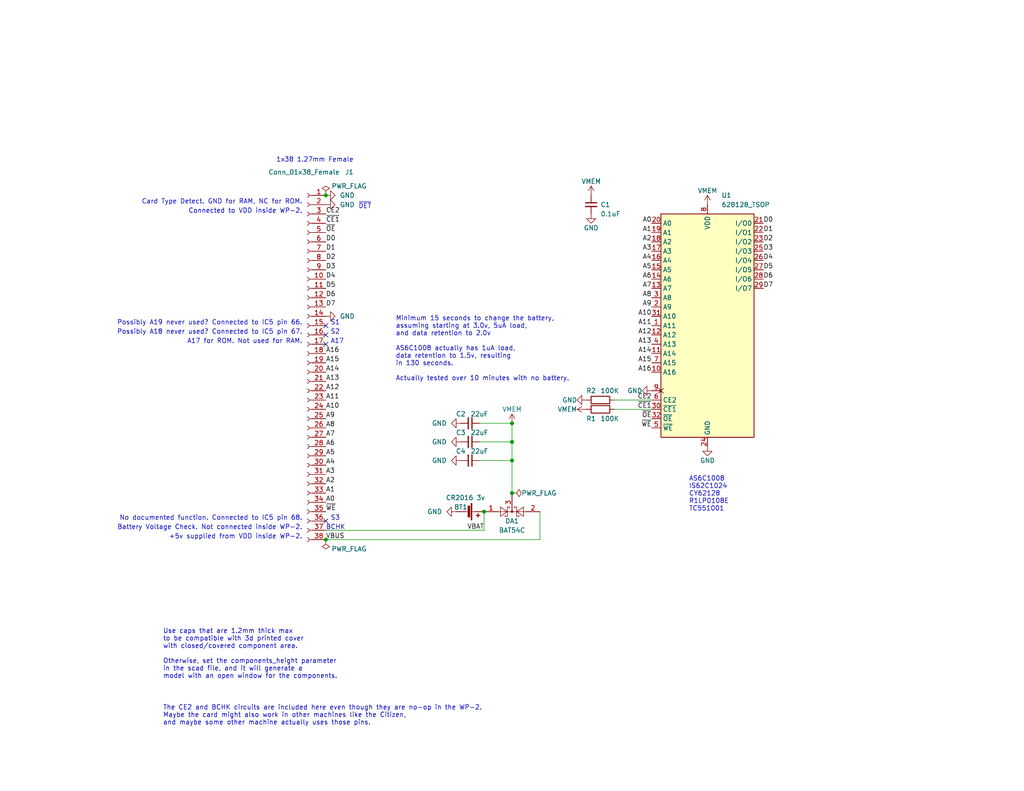
<source format=kicad_sch>
(kicad_sch (version 20211123) (generator eeschema)
  (paper "USLetter")
  (title_block (title "WP-2_IC-Card_RAM_128K") (date "2022-12-11") (rev "010") (company "Brian K. White - b.kenyon.w@gmail.com"))
  (lib_symbols
    (symbol "0_LOCAL:62-65C1024_TSOP-I-32"
      (property "Reference" "U" (at -10.16 31.75 0))
      (property "Value" "62-65C1024_TSOP-I-32" (at 12.7 31.75 0))
      (symbol "62-65C1024_TSOP-I-32_0_1"
        (rectangle (start -12.7 30.48) (end 12.7 -30.48) (stroke (width 0.254)) (fill (type background)))
      )
      (symbol "62-65C1024_TSOP-I-32_1_1"
        (pin input line (at -15.24 0 0) (length 2.54) (name "A11") (number "1"))
        (pin input line (at -15.24 -12.7 0) (length 2.54) (name "A16") (number "10"))
        (pin input line (at -15.24 -7.62 0) (length 2.54) (name "A14") (number "11"))
        (pin input line (at -15.24 -2.54 0) (length 2.54) (name "A12") (number "12"))
        (pin input line (at -15.24 10.16 0) (length 2.54) (name "A7") (number "13"))
        (pin input line (at -15.24 12.7 0) (length 2.54) (name "A6") (number "14"))
        (pin input line (at -15.24 15.24 0) (length 2.54) (name "A5") (number "15"))
        (pin input line (at -15.24 17.78 0) (length 2.54) (name "A4") (number "16"))
        (pin input line (at -15.24 20.32 0) (length 2.54) (name "A3") (number "17"))
        (pin input line (at -15.24 22.86 0) (length 2.54) (name "A2") (number "18"))
        (pin input line (at -15.24 25.4 0) (length 2.54) (name "A1") (number "19"))
        (pin input line (at -15.24 5.08 0) (length 2.54) (name "A9") (number "2"))
        (pin input line (at -15.24 27.94 0) (length 2.54) (name "A0") (number "20"))
        (pin bidirectional line (at 15.24 27.94 180) (length 2.54) (name "I/O0") (number "21"))
        (pin bidirectional line (at 15.24 25.4 180) (length 2.54) (name "I/O1") (number "22"))
        (pin bidirectional line (at 15.24 22.86 180) (length 2.54) (name "I/O2") (number "23"))
        (pin power_in line (at 0 -33.02 90) (length 2.54) (name "GND") (number "24"))
        (pin bidirectional line (at 15.24 20.32 180) (length 2.54) (name "I/O3") (number "25"))
        (pin bidirectional line (at 15.24 17.78 180) (length 2.54) (name "I/O4") (number "26"))
        (pin bidirectional line (at 15.24 15.24 180) (length 2.54) (name "I/O5") (number "27"))
        (pin bidirectional line (at 15.24 12.7 180) (length 2.54) (name "I/O6") (number "28"))
        (pin bidirectional line (at 15.24 10.16 180) (length 2.54) (name "I/O7") (number "29"))
        (pin input line (at -15.24 7.62 0) (length 2.54) (name "A8") (number "3"))
        (pin input line (at -15.24 -22.86 0) (length 2.54) (name "~{CE1}") (number "30"))
        (pin input line (at -15.24 2.54 0) (length 2.54) (name "A10") (number "31"))
        (pin input line (at -15.24 -25.4 0) (length 2.54) (name "~{OE}") (number "32"))
        (pin input line (at -15.24 -5.08 0) (length 2.54) (name "A13") (number "4"))
        (pin input line (at -15.24 -27.94 0) (length 2.54) (name "~{WE}") (number "5"))
        (pin input line (at -15.24 -20.32 0) (length 2.54) (name "CE2") (number "6"))
        (pin input line (at -15.24 -10.16 0) (length 2.54) (name "A15") (number "7"))
        (pin power_in line (at 0 33.02 270) (length 2.54) (name "VDD") (number "8"))
        (pin passive non_logic (at -15.24 -17.78 0) (length 2.54) (name "~") (number "9"))
      )
    )
    (symbol "0_LOCAL:BAT54C" (pin_names (offset 1.016))
      (property "Reference" "D" (at 0.635 -3.81 0))
      (property "Value" "BAT54C" (at -6.35 3.175 0))
      (symbol "BAT54C_0_1"
        (polyline (pts (xy -1.905 0) (xy 1.905 0)))
        (polyline (pts (xy -1.905 1.27) (xy -1.905 1.016)))
        (polyline (pts (xy -1.27 -1.27) (xy -0.635 -1.27)))
        (polyline (pts (xy -1.27 0) (xy -3.81 0)))
        (polyline (pts (xy -1.27 1.27) (xy -1.905 1.27)))
        (polyline (pts (xy -1.27 1.27) (xy -1.27 -1.27)))
        (polyline (pts (xy -0.635 -1.27) (xy -0.635 -1.016)))
        (polyline (pts (xy 0.635 -1.27) (xy 0.635 -1.016)))
        (polyline (pts (xy 1.27 -1.27) (xy 0.635 -1.27)))
        (polyline (pts (xy 1.27 1.27) (xy 1.27 -1.27)))
        (polyline (pts (xy 1.27 1.27) (xy 1.905 1.27)))
        (polyline (pts (xy 1.905 1.27) (xy 1.905 1.016)))
        (polyline (pts (xy 3.81 0) (xy 1.27 0)))
        (polyline (pts (xy -3.175 -1.27) (xy -3.175 1.27) (xy -1.27 0) (xy -3.175 -1.27)))
        (polyline (pts (xy 3.175 -1.27) (xy 3.175 1.27) (xy 1.27 0) (xy 3.175 -1.27)))
        (circle (center 0 0) (radius 0.254) (fill (type outline)))
      )
      (symbol "BAT54C_1_1"
        (pin passive line (at -7.62 0 0) (length 3.81) (name "~") (number "1"))
        (pin passive line (at 7.62 0 180) (length 3.81) (name "~") (number "2"))
        (pin passive line (at 0 -5.08 90) (length 5.08) (name "~") (number "3"))
      )
    )
    (symbol "0_LOCAL:C_Small" (pin_numbers hide) (pin_names (offset 0.254) hide)
      (property "Reference" "C" (at 0.254 1.778 0))
      (property "Value" "C_Small" (at 0.254 -2.032 0))
      (symbol "C_Small_0_1"
        (polyline (pts (xy -1.524 -0.508) (xy 1.524 -0.508)) (stroke (width 0.3302)))
        (polyline (pts (xy -1.524 0.508) (xy 1.524 0.508)) (stroke (width 0.3048)))
      )
      (symbol "C_Small_1_1"
        (pin passive line (at 0 2.54 270) (length 2.032) (name "~") (number "1"))
        (pin passive line (at 0 -2.54 90) (length 2.032) (name "~") (number "2"))
      )
    )
    (symbol "0_LOCAL:Conn_01x38_Female" (pin_names (offset 1.016) hide)
      (property "Reference" "J" (at 0 48.26 0))
      (property "Value" "Conn_01x38_Female" (at 0 -50.8 0))
      (symbol "Conn_01x38_Female_1_1"
        (arc (start 0 -47.752) (mid -0.508 -48.26) (end 0 -48.768) (stroke (width 0.1524)))
        (arc (start 0 -45.212) (mid -0.508 -45.72) (end 0 -46.228) (stroke (width 0.1524)))
        (arc (start 0 -42.672) (mid -0.508 -43.18) (end 0 -43.688) (stroke (width 0.1524)))
        (arc (start 0 -40.132) (mid -0.508 -40.64) (end 0 -41.148) (stroke (width 0.1524)))
        (arc (start 0 -37.592) (mid -0.508 -38.1) (end 0 -38.608) (stroke (width 0.1524)))
        (arc (start 0 -35.052) (mid -0.508 -35.56) (end 0 -36.068) (stroke (width 0.1524)))
        (arc (start 0 -32.512) (mid -0.508 -33.02) (end 0 -33.528) (stroke (width 0.1524)))
        (arc (start 0 -29.972) (mid -0.508 -30.48) (end 0 -30.988) (stroke (width 0.1524)))
        (arc (start 0 -27.432) (mid -0.508 -27.94) (end 0 -28.448) (stroke (width 0.1524)))
        (arc (start 0 -24.892) (mid -0.508 -25.4) (end 0 -25.908) (stroke (width 0.1524)))
        (arc (start 0 -22.352) (mid -0.508 -22.86) (end 0 -23.368) (stroke (width 0.1524)))
        (arc (start 0 -19.812) (mid -0.508 -20.32) (end 0 -20.828) (stroke (width 0.1524)))
        (arc (start 0 -17.272) (mid -0.508 -17.78) (end 0 -18.288) (stroke (width 0.1524)))
        (arc (start 0 -14.732) (mid -0.508 -15.24) (end 0 -15.748) (stroke (width 0.1524)))
        (arc (start 0 -12.192) (mid -0.508 -12.7) (end 0 -13.208) (stroke (width 0.1524)))
        (arc (start 0 -9.652) (mid -0.508 -10.16) (end 0 -10.668) (stroke (width 0.1524)))
        (arc (start 0 -7.112) (mid -0.508 -7.62) (end 0 -8.128) (stroke (width 0.1524)))
        (arc (start 0 -4.572) (mid -0.508 -5.08) (end 0 -5.588) (stroke (width 0.1524)))
        (arc (start 0 -2.032) (mid -0.508 -2.54) (end 0 -3.048) (stroke (width 0.1524)))
        (polyline (pts (xy -1.27 -48.26) (xy -0.508 -48.26)) (stroke (width 0.1524)))
        (polyline (pts (xy -1.27 -45.72) (xy -0.508 -45.72)) (stroke (width 0.1524)))
        (polyline (pts (xy -1.27 -43.18) (xy -0.508 -43.18)) (stroke (width 0.1524)))
        (polyline (pts (xy -1.27 -40.64) (xy -0.508 -40.64)) (stroke (width 0.1524)))
        (polyline (pts (xy -1.27 -38.1) (xy -0.508 -38.1)) (stroke (width 0.1524)))
        (polyline (pts (xy -1.27 -35.56) (xy -0.508 -35.56)) (stroke (width 0.1524)))
        (polyline (pts (xy -1.27 -33.02) (xy -0.508 -33.02)) (stroke (width 0.1524)))
        (polyline (pts (xy -1.27 -30.48) (xy -0.508 -30.48)) (stroke (width 0.1524)))
        (polyline (pts (xy -1.27 -27.94) (xy -0.508 -27.94)) (stroke (width 0.1524)))
        (polyline (pts (xy -1.27 -25.4) (xy -0.508 -25.4)) (stroke (width 0.1524)))
        (polyline (pts (xy -1.27 -22.86) (xy -0.508 -22.86)) (stroke (width 0.1524)))
        (polyline (pts (xy -1.27 -20.32) (xy -0.508 -20.32)) (stroke (width 0.1524)))
        (polyline (pts (xy -1.27 -17.78) (xy -0.508 -17.78)) (stroke (width 0.1524)))
        (polyline (pts (xy -1.27 -15.24) (xy -0.508 -15.24)) (stroke (width 0.1524)))
        (polyline (pts (xy -1.27 -12.7) (xy -0.508 -12.7)) (stroke (width 0.1524)))
        (polyline (pts (xy -1.27 -10.16) (xy -0.508 -10.16)) (stroke (width 0.1524)))
        (polyline (pts (xy -1.27 -7.62) (xy -0.508 -7.62)) (stroke (width 0.1524)))
        (polyline (pts (xy -1.27 -5.08) (xy -0.508 -5.08)) (stroke (width 0.1524)))
        (polyline (pts (xy -1.27 -2.54) (xy -0.508 -2.54)) (stroke (width 0.1524)))
        (polyline (pts (xy -1.27 0) (xy -0.508 0)) (stroke (width 0.1524)))
        (polyline (pts (xy -1.27 2.54) (xy -0.508 2.54)) (stroke (width 0.1524)))
        (polyline (pts (xy -1.27 5.08) (xy -0.508 5.08)) (stroke (width 0.1524)))
        (polyline (pts (xy -1.27 7.62) (xy -0.508 7.62)) (stroke (width 0.1524)))
        (polyline (pts (xy -1.27 10.16) (xy -0.508 10.16)) (stroke (width 0.1524)))
        (polyline (pts (xy -1.27 12.7) (xy -0.508 12.7)) (stroke (width 0.1524)))
        (polyline (pts (xy -1.27 15.24) (xy -0.508 15.24)) (stroke (width 0.1524)))
        (polyline (pts (xy -1.27 17.78) (xy -0.508 17.78)) (stroke (width 0.1524)))
        (polyline (pts (xy -1.27 20.32) (xy -0.508 20.32)) (stroke (width 0.1524)))
        (polyline (pts (xy -1.27 22.86) (xy -0.508 22.86)) (stroke (width 0.1524)))
        (polyline (pts (xy -1.27 25.4) (xy -0.508 25.4)) (stroke (width 0.1524)))
        (polyline (pts (xy -1.27 27.94) (xy -0.508 27.94)) (stroke (width 0.1524)))
        (polyline (pts (xy -1.27 30.48) (xy -0.508 30.48)) (stroke (width 0.1524)))
        (polyline (pts (xy -1.27 33.02) (xy -0.508 33.02)) (stroke (width 0.1524)))
        (polyline (pts (xy -1.27 35.56) (xy -0.508 35.56)) (stroke (width 0.1524)))
        (polyline (pts (xy -1.27 38.1) (xy -0.508 38.1)) (stroke (width 0.1524)))
        (polyline (pts (xy -1.27 40.64) (xy -0.508 40.64)) (stroke (width 0.1524)))
        (polyline (pts (xy -1.27 43.18) (xy -0.508 43.18)) (stroke (width 0.1524)))
        (polyline (pts (xy -1.27 45.72) (xy -0.508 45.72)) (stroke (width 0.1524)))
        (arc (start 0 0.508) (mid -0.508 0) (end 0 -0.508) (stroke (width 0.1524)))
        (arc (start 0 3.048) (mid -0.508 2.54) (end 0 2.032) (stroke (width 0.1524)))
        (arc (start 0 5.588) (mid -0.508 5.08) (end 0 4.572) (stroke (width 0.1524)))
        (arc (start 0 8.128) (mid -0.508 7.62) (end 0 7.112) (stroke (width 0.1524)))
        (arc (start 0 10.668) (mid -0.508 10.16) (end 0 9.652) (stroke (width 0.1524)))
        (arc (start 0 13.208) (mid -0.508 12.7) (end 0 12.192) (stroke (width 0.1524)))
        (arc (start 0 15.748) (mid -0.508 15.24) (end 0 14.732) (stroke (width 0.1524)))
        (arc (start 0 18.288) (mid -0.508 17.78) (end 0 17.272) (stroke (width 0.1524)))
        (arc (start 0 20.828) (mid -0.508 20.32) (end 0 19.812) (stroke (width 0.1524)))
        (arc (start 0 23.368) (mid -0.508 22.86) (end 0 22.352) (stroke (width 0.1524)))
        (arc (start 0 25.908) (mid -0.508 25.4) (end 0 24.892) (stroke (width 0.1524)))
        (arc (start 0 28.448) (mid -0.508 27.94) (end 0 27.432) (stroke (width 0.1524)))
        (arc (start 0 30.988) (mid -0.508 30.48) (end 0 29.972) (stroke (width 0.1524)))
        (arc (start 0 33.528) (mid -0.508 33.02) (end 0 32.512) (stroke (width 0.1524)))
        (arc (start 0 36.068) (mid -0.508 35.56) (end 0 35.052) (stroke (width 0.1524)))
        (arc (start 0 38.608) (mid -0.508 38.1) (end 0 37.592) (stroke (width 0.1524)))
        (arc (start 0 41.148) (mid -0.508 40.64) (end 0 40.132) (stroke (width 0.1524)))
        (arc (start 0 43.688) (mid -0.508 43.18) (end 0 42.672) (stroke (width 0.1524)))
        (arc (start 0 46.228) (mid -0.508 45.72) (end 0 45.212) (stroke (width 0.1524)))
        (pin passive line (at -5.08 45.72 0) (length 3.81) (name "Pin_1") (number "1"))
        (pin passive line (at -5.08 22.86 0) (length 3.81) (name "Pin_10") (number "10"))
        (pin passive line (at -5.08 20.32 0) (length 3.81) (name "Pin_11") (number "11"))
        (pin passive line (at -5.08 17.78 0) (length 3.81) (name "Pin_12") (number "12"))
        (pin passive line (at -5.08 15.24 0) (length 3.81) (name "Pin_13") (number "13"))
        (pin passive line (at -5.08 12.7 0) (length 3.81) (name "Pin_14") (number "14"))
        (pin passive line (at -5.08 10.16 0) (length 3.81) (name "Pin_15") (number "15"))
        (pin passive line (at -5.08 7.62 0) (length 3.81) (name "Pin_16") (number "16"))
        (pin passive line (at -5.08 5.08 0) (length 3.81) (name "Pin_17") (number "17"))
        (pin passive line (at -5.08 2.54 0) (length 3.81) (name "Pin_18") (number "18"))
        (pin passive line (at -5.08 0 0) (length 3.81) (name "Pin_19") (number "19"))
        (pin passive line (at -5.08 43.18 0) (length 3.81) (name "Pin_2") (number "2"))
        (pin passive line (at -5.08 -2.54 0) (length 3.81) (name "Pin_20") (number "20"))
        (pin passive line (at -5.08 -5.08 0) (length 3.81) (name "Pin_21") (number "21"))
        (pin passive line (at -5.08 -7.62 0) (length 3.81) (name "Pin_22") (number "22"))
        (pin passive line (at -5.08 -10.16 0) (length 3.81) (name "Pin_23") (number "23"))
        (pin passive line (at -5.08 -12.7 0) (length 3.81) (name "Pin_24") (number "24"))
        (pin passive line (at -5.08 -15.24 0) (length 3.81) (name "Pin_25") (number "25"))
        (pin passive line (at -5.08 -17.78 0) (length 3.81) (name "Pin_26") (number "26"))
        (pin passive line (at -5.08 -20.32 0) (length 3.81) (name "Pin_27") (number "27"))
        (pin passive line (at -5.08 -22.86 0) (length 3.81) (name "Pin_28") (number "28"))
        (pin passive line (at -5.08 -25.4 0) (length 3.81) (name "Pin_29") (number "29"))
        (pin passive line (at -5.08 40.64 0) (length 3.81) (name "Pin_3") (number "3"))
        (pin passive line (at -5.08 -27.94 0) (length 3.81) (name "Pin_30") (number "30"))
        (pin passive line (at -5.08 -30.48 0) (length 3.81) (name "Pin_31") (number "31"))
        (pin passive line (at -5.08 -33.02 0) (length 3.81) (name "Pin_32") (number "32"))
        (pin passive line (at -5.08 -35.56 0) (length 3.81) (name "Pin_33") (number "33"))
        (pin passive line (at -5.08 -38.1 0) (length 3.81) (name "Pin_34") (number "34"))
        (pin passive line (at -5.08 -40.64 0) (length 3.81) (name "Pin_35") (number "35"))
        (pin passive line (at -5.08 -43.18 0) (length 3.81) (name "Pin_36") (number "36"))
        (pin passive line (at -5.08 -45.72 0) (length 3.81) (name "Pin_37") (number "37"))
        (pin passive line (at -5.08 -48.26 0) (length 3.81) (name "Pin_38") (number "38"))
        (pin passive line (at -5.08 38.1 0) (length 3.81) (name "Pin_4") (number "4"))
        (pin passive line (at -5.08 35.56 0) (length 3.81) (name "Pin_5") (number "5"))
        (pin passive line (at -5.08 33.02 0) (length 3.81) (name "Pin_6") (number "6"))
        (pin passive line (at -5.08 30.48 0) (length 3.81) (name "Pin_7") (number "7"))
        (pin passive line (at -5.08 27.94 0) (length 3.81) (name "Pin_8") (number "8"))
        (pin passive line (at -5.08 25.4 0) (length 3.81) (name "Pin_9") (number "9"))
      )
    )
    (symbol "0_LOCAL:R" (pin_numbers hide) (pin_names (offset 0))
      (property "Reference" "R" (at 2.032 0 90))
      (property "Value" "R" (at 0 0 90))
      (symbol "R_0_1"
        (rectangle (start -1.016 -2.54) (end 1.016 2.54) (stroke (width 0.254)))
      )
      (symbol "R_1_1"
        (pin passive line (at 0 3.81 270) (length 1.27) (name "~") (number "1"))
        (pin passive line (at 0 -3.81 90) (length 1.27) (name "~") (number "2"))
      )
    )
    (symbol "Device:Battery_Cell" (pin_numbers hide) (pin_names (offset 0) hide)
      (property "Reference" "BT" (at 2.54 2.54 0))
      (property "Value" "Battery_Cell" (at 2.54 0 0))
      (symbol "Battery_Cell_0_1"
        (rectangle (start -2.286 1.778) (end 2.286 1.524) (fill (type outline)))
        (rectangle (start -1.5748 1.1938) (end 1.4732 0.6858) (fill (type outline)))
        (polyline (pts (xy 0 0.762) (xy 0 0)))
        (polyline (pts (xy 0 1.778) (xy 0 2.54)))
        (polyline (pts (xy 0.508 3.429) (xy 1.524 3.429)) (stroke (width 0.254)))
        (polyline (pts (xy 1.016 3.937) (xy 1.016 2.921)) (stroke (width 0.254)))
      )
      (symbol "Battery_Cell_1_1"
        (pin passive line (at 0 5.08 270) (length 2.54) (name "+") (number "1"))
        (pin passive line (at 0 -2.54 90) (length 2.54) (name "-") (number "2"))
      )
    )
    (symbol "power:GND" (power) (pin_names (offset 0))
      (property "Value" "GND" (at 0 -3.81 0))
      (symbol "GND_0_1"
        (polyline (pts (xy 0 0) (xy 0 -1.27) (xy 1.27 -1.27) (xy 0 -2.54) (xy -1.27 -1.27) (xy 0 -1.27)))
      )
      (symbol "GND_1_1"
        (pin power_in line (at 0 0 270) (length 0) hide (name "GND") (number "1"))
      )
    )
    (symbol "power:PWR_FLAG" (power) (pin_numbers hide) (pin_names (offset 0) hide)
      (property "Value" "PWR_FLAG" (at 0 3.81 0))
      (symbol "PWR_FLAG_0_0"
        (pin power_out line (at 0 0 90) (length 0) (name "pwr") (number "1"))
      )
      (symbol "PWR_FLAG_0_1"
        (polyline (pts (xy 0 0) (xy 0 1.27) (xy -1.016 1.905) (xy 0 2.54) (xy 1.016 1.905) (xy 0 1.27)))
      )
    )
    (symbol "power:VMEM" (power) (pin_names (offset 0))
      (property "Value" "VMEM" (at 0 3.81 0))
      (symbol "VMEM_0_1"
        (polyline (pts (xy -0.762 1.27) (xy 0 2.54)))
        (polyline (pts (xy 0 0) (xy 0 2.54)))
        (polyline (pts (xy 0 2.54) (xy 0.762 1.27)))
      )
      (symbol "VMEM_1_1"
        (pin power_in line (at 0 0 90) (length 0) hide (name "VMEM") (number "1"))
      )
    )
  )
  (junction (at 139.7 134.62))
  (junction (at 139.7 120.65))
  (junction (at 132.08 139.7))
  (junction (at 139.7 125.73))
  (junction (at 88.9 53.34))
  (junction (at 88.9 147.32))
  (junction (at 139.7 115.57))
  (no_connect (at 88.9 91.44))
  (no_connect (at 88.9 142.24))
  (no_connect (at 88.9 93.98))
  (no_connect (at 88.9 88.9))
  (wire (pts (xy 147.32 147.32) (xy 147.32 139.7)))
  (wire (pts (xy 139.7 115.57) (xy 139.7 120.65)))
  (wire (pts (xy 167.64 111.76) (xy 177.8 111.76)))
  (wire (pts (xy 130.81 120.65) (xy 139.7 120.65)))
  (wire (pts (xy 130.81 125.73) (xy 139.7 125.73)))
  (wire (pts (xy 132.08 144.78) (xy 132.08 139.7)))
  (wire (pts (xy 88.9 147.32) (xy 147.32 147.32)))
  (wire (pts (xy 139.7 125.73) (xy 139.7 134.62)))
  (wire (pts (xy 139.7 120.65) (xy 139.7 125.73)))
  (wire (pts (xy 130.81 115.57) (xy 139.7 115.57)))
  (wire (pts (xy 88.9 144.78) (xy 132.08 144.78)))
  (wire (pts (xy 167.64 109.22) (xy 177.8 109.22)))
  (text "Connected to VDD inside WP-2." (at 82.55 58.42 180) (effects (font (size 1.27 1.27)) (justify right bottom)))
  (text "BCHK" (at 88.9 144.78 0) (effects (font (size 1.27 1.27)) (justify left bottom)))
  (text "S1" (at 90.17 88.9 0) (effects (font (size 1.27 1.27)) (justify left bottom)))
  (text "+5v supplied from VDD inside WP-2." (at 82.55 147.32 180) (effects (font (size 1.27 1.27)) (justify right bottom)))
  (text "A17" (at 90.17 93.98 0) (effects (font (size 1.27 1.27)) (justify left bottom)))
  (text "The CE2 and BCHK circuits are included here even though they are no-op in the WP-2.\nMaybe the card might also work in other machines like the Citizen,\nand maybe some other machine actually uses those pins." (at 44.45 198.12 0) (effects (font (size 1.27 1.27)) (justify left bottom)))
  (text "1x38 1.27mm Female" (at 96.52 44.45 180) (effects (font (size 1.27 1.27)) (justify right bottom)))
  (text "No documented function. Connected to IC5 pin 68." (at 82.55 142.24 180) (effects (font (size 1.27 1.27)) (justify right bottom)))
  (text "Minimum 15 seconds to change the battery,\nassuming starting at 3.0v, 5uA load,\nand data retention to 2.0v\n\nAS6C1008 actually has 1uA load,\ndata retention to 1.5v, resulting\nin 130 seconds.\n\nActually tested over 10 minutes with no battery." (at 107.95 104.14 0) (effects (font (size 1.27 1.27)) (justify left bottom)))
  (text "Possibly A19 never used? Connected to IC5 pin 66." (at 82.55 88.9 180) (effects (font (size 1.27 1.27)) (justify right bottom)))
  (text "Battery Voltage Check. Not connected inside WP-2." (at 82.55 144.78 180) (effects (font (size 1.27 1.27)) (justify right bottom)))
  (text "~{DET}" (at 97.79 57.15 0) (effects (font (size 1.27 1.27)) (justify left bottom)))
  (text "Use caps that are 1.2mm thick max\nto be compatible with 3d printed cover\nwith closed/covered component area.\n\nOtherwise, set the components_height parameter\nin the scad file, and it will generate a\nmodel with an open window for the components.\n" (at 44.45 185.42 0) (effects (font (size 1.27 1.27)) (justify left bottom)))
  (text "Possibly A18 never used? Connected to IC5 pin 67." (at 82.55 91.44 180) (effects (font (size 1.27 1.27)) (justify right bottom)))
  (text "S2" (at 90.17 91.44 0) (effects (font (size 1.27 1.27)) (justify left bottom)))
  (text "Card Type Detect. GND for RAM, NC for ROM." (at 82.55 55.88 180) (effects (font (size 1.27 1.27)) (justify right bottom)))
  (text "AS6C1008\nIS62C1024\nCY62128\nR1LP0108E\nTC551001" (at 187.96 139.7 0) (effects (font (size 1.27 1.27)) (justify left bottom)))
  (text "A17 for ROM. Not used for RAM." (at 82.55 93.98 180) (effects (font (size 1.27 1.27)) (justify right bottom)))
  (text "S3" (at 90.17 142.24 0) (effects (font (size 1.27 1.27)) (justify left bottom)))
  (label "A3" (at 177.8 68.58 180))
  (label "A10" (at 88.9 111.76 0))
  (label "D3" (at 208.28 68.58 0))
  (label "A1" (at 177.8 63.5 180))
  (label "D0" (at 88.9 66.04 0))
  (label "D7" (at 208.28 78.74 0))
  (label "D0" (at 208.28 60.96 0))
  (label "A11" (at 88.9 109.22 0))
  (label "A11" (at 177.8 88.9 180))
  (label "~{CE1}" (at 88.9 60.96 0))
  (label "VBAT" (at 132.08 144.78 180))
  (label "A13" (at 177.8 93.98 180))
  (label "A15" (at 177.8 99.06 180))
  (label "CE2" (at 177.8 109.22 180))
  (label "D3" (at 88.9 73.66 0))
  (label "A9" (at 88.9 114.3 0))
  (label "A10" (at 177.8 86.36 180))
  (label "~{WE}" (at 177.8 116.84 180))
  (label "D7" (at 88.9 83.82 0))
  (label "A14" (at 88.9 101.6 0))
  (label "A16" (at 88.9 96.52 0))
  (label "A2" (at 177.8 66.04 180))
  (label "A4" (at 177.8 71.12 180))
  (label "CE2" (at 88.9 58.42 0))
  (label "A6" (at 177.8 76.2 180))
  (label "A8" (at 88.9 116.84 0))
  (label "A14" (at 177.8 96.52 180))
  (label "D5" (at 88.9 78.74 0))
  (label "A7" (at 88.9 119.38 0))
  (label "A15" (at 88.9 99.06 0))
  (label "A3" (at 88.9 129.54 0))
  (label "VBUS" (at 88.9 147.32 0))
  (label "A8" (at 177.8 81.28 180))
  (label "~{OE}" (at 177.8 114.3 180))
  (label "A12" (at 88.9 106.68 0))
  (label "A5" (at 88.9 124.46 0))
  (label "A6" (at 88.9 121.92 0))
  (label "D1" (at 88.9 68.58 0))
  (label "A16" (at 177.8 101.6 180))
  (label "~{OE}" (at 88.9 63.5 0))
  (label "A5" (at 177.8 73.66 180))
  (label "A2" (at 88.9 132.08 0))
  (label "A7" (at 177.8 78.74 180))
  (label "A13" (at 88.9 104.14 0))
  (label "D4" (at 208.28 71.12 0))
  (label "A0" (at 177.8 60.96 180))
  (label "A12" (at 177.8 91.44 180))
  (label "A9" (at 177.8 83.82 180))
  (label "D2" (at 88.9 71.12 0))
  (label "~{CE1}" (at 177.8 111.76 180))
  (label "A1" (at 88.9 134.62 0))
  (label "~{WE}" (at 88.9 139.7 0))
  (label "A0" (at 88.9 137.16 0))
  (label "D2" (at 208.28 66.04 0))
  (label "D6" (at 208.28 76.2 0))
  (label "D6" (at 88.9 81.28 0))
  (label "D4" (at 88.9 76.2 0))
  (label "D5" (at 208.28 73.66 0))
  (label "A4" (at 88.9 127 0))
  (label "D1" (at 208.28 63.5 0))
  (symbol (lib_id "0_LOCAL:Conn_01x38_Female") (at 83.82 99.06 0) (mirror y) (unit 1)
    (property "Reference" "J1" (at 96.52 46.99 0) (effects (justify left)))
    (property "Value" "Conn_01x38_Female" (at 92.71 46.99 0) (effects (justify left)))
    (property "Footprint" "0_LOCAL:SMS-138-01-x-x_edge" (effects hide))
  )
  (symbol (lib_id "power:GND") (at 88.9 53.34 90) (mirror x) (unit 1)
    (property "Reference" "#PWR0102" (effects hide))
    (property "Value" "GND" (at 92.71 53.34 90) (effects (justify right)))
  )
  (symbol (lib_id "power:GND") (at 88.9 55.88 90) (mirror x) (unit 1)
    (property "Reference" "#PWR0105" (effects hide))
    (property "Value" "GND" (at 92.71 55.88 90) (effects (justify right)))
  )
  (symbol (lib_id "power:GND") (at 193.04 121.92 0) (unit 1)
    (property "Reference" "#PWR0106" (effects hide))
    (property "Value" "GND" (at 193.04 125.73 0))
  )
  (symbol (lib_id "power:GND") (at 125.73 115.57 270) (mirror x) (unit 1)
    (property "Reference" "#PWR0101" (effects hide))
    (property "Value" "GND" (at 121.92 115.57 90) (effects (justify right)))
  )
  (symbol (lib_id "Device:Battery_Cell") (at 127 139.7 270) (unit 1)
    (property "Reference" "BT1" (at 125.73 138.43 90))
    (property "Value" "CR2016 3v" (at 127 135.89 90))
    (property "Footprint" "0_LOCAL:2016_battery_holder_smt" (effects hide))
  )
  (symbol (lib_id "0_LOCAL:R") (at 163.83 111.76 90) (mirror x) (unit 1)
    (property "Reference" "R1" (at 161.29 114.3 90))
    (property "Value" "100K" (at 166.37 114.3 90))
    (property "Footprint" "0_LOCAL:R_0805" (effects hide))
  )
  (symbol (lib_id "power:GND") (at 88.9 86.36 90) (mirror x) (unit 1)
    (property "Reference" "#PWR0108" (effects hide))
    (property "Value" "GND" (at 92.71 86.36 90) (effects (justify right)))
  )
  (symbol (lib_id "0_LOCAL:BAT54C") (at 139.7 139.7 0) (mirror x) (unit 1)
    (property "Reference" "DA1" (at 139.7 142.24 0))
    (property "Value" "BAT54C" (at 139.7 144.78 0))
    (property "Footprint" "0_LOCAL:SOT-23" (effects hide))
    (property "Datasheet" "http://www.diodes.com/_files/datasheets/ds11005.pdf" (effects hide))
  )
  (symbol (lib_id "0_LOCAL:C_Small") (at 161.29 55.88 0) (unit 1)
    (property "Reference" "C1" (at 163.83 55.88 0) (effects (justify left)))
    (property "Value" "0.1uF" (at 163.83 58.42 0) (effects (justify left)))
    (property "Footprint" "0_LOCAL:C_0805_1mm" (effects hide))
  )
  (symbol (lib_id "power:PWR_FLAG") (at 139.7 134.62 270) (mirror x) (unit 1)
    (property "Reference" "#FLG0102" (effects hide))
    (property "Value" "PWR_FLAG" (at 142.24 134.62 90) (effects (justify left)))
  )
  (symbol (lib_id "power:PWR_FLAG") (at 88.9 53.34 0) (unit 1)
    (property "Reference" "#FLG0103" (effects hide))
    (property "Value" "PWR_FLAG" (at 95.25 50.8 0))
  )
  (symbol (lib_id "0_LOCAL:C_Small") (at 128.27 125.73 270) (mirror x) (unit 1)
    (property "Reference" "C4" (at 125.73 123.19 90))
    (property "Value" "22uF" (at 130.81 123.19 90))
    (property "Footprint" "0_LOCAL:C_0805_1mm" (effects hide))
  )
  (symbol (lib_id "0_LOCAL:C_Small") (at 128.27 115.57 270) (mirror x) (unit 1)
    (property "Reference" "C2" (at 125.73 113.03 90))
    (property "Value" "22uF" (at 130.81 113.03 90))
    (property "Footprint" "0_LOCAL:C_0805_1mm" (effects hide))
  )
  (symbol (lib_id "power:GND") (at 124.46 139.7 270) (unit 1)
    (property "Reference" "#PWR0107" (effects hide))
    (property "Value" "GND" (at 120.65 139.7 90) (effects (justify right)))
  )
  (symbol (lib_id "power:GND") (at 125.73 120.65 270) (mirror x) (unit 1)
    (property "Reference" "#PWR0114" (effects hide))
    (property "Value" "GND" (at 121.92 120.65 90) (effects (justify right)))
  )
  (symbol (lib_id "power:GND") (at 161.29 58.42 0) (unit 1)
    (property "Reference" "#PWR0104" (effects hide))
    (property "Value" "GND" (at 161.29 62.23 0))
  )
  (symbol (lib_id "0_LOCAL:R") (at 163.83 109.22 90) (mirror x) (unit 1)
    (property "Reference" "R2" (at 161.29 106.68 90))
    (property "Value" "100K" (at 166.37 106.68 90))
    (property "Footprint" "0_LOCAL:R_0805" (effects hide))
  )
  (symbol (lib_id "power:VMEM") (at 160.02 111.76 90) (unit 1)
    (property "Reference" "#PWR0113" (effects hide))
    (property "Value" "VMEM" (at 157.48 111.76 90) (effects (justify left)))
  )
  (symbol (lib_id "0_LOCAL:C_Small") (at 128.27 120.65 270) (mirror x) (unit 1)
    (property "Reference" "C3" (at 125.73 118.11 90))
    (property "Value" "22uF" (at 130.81 118.11 90))
    (property "Footprint" "0_LOCAL:C_0805_1mm" (effects hide))
  )
  (symbol (lib_id "power:GND") (at 125.73 125.73 270) (mirror x) (unit 1)
    (property "Reference" "#PWR0115" (effects hide))
    (property "Value" "GND" (at 121.92 125.73 90) (effects (justify right)))
  )
  (symbol (lib_id "power:VMEM") (at 161.29 53.34 0) (unit 1)
    (property "Reference" "#PWR0110" (effects hide))
    (property "Value" "VMEM" (at 161.29 49.53 0))
  )
  (symbol (lib_id "power:GND") (at 177.8 106.68 270) (unit 1)
    (property "Reference" "#PWR0103" (effects hide))
    (property "Value" "GND" (at 175.26 106.68 90) (effects (justify right)))
  )
  (symbol (lib_id "power:GND") (at 160.02 109.22 270) (unit 1)
    (property "Reference" "#PWR0109" (effects hide))
    (property "Value" "GND" (at 157.48 109.22 90) (effects (justify right)))
  )
  (symbol (lib_id "power:PWR_FLAG") (at 88.9 147.32 0) (mirror x) (unit 1)
    (property "Reference" "#FLG0101" (effects hide))
    (property "Value" "PWR_FLAG" (at 95.25 149.86 0))
  )
  (symbol (lib_id "power:VMEM") (at 193.04 55.88 0) (unit 1)
    (property "Reference" "#PWR0111" (effects hide))
    (property "Value" "VMEM" (at 193.04 52.07 0))
  )
  (symbol (lib_id "power:VMEM") (at 139.7 115.57 0) (unit 1)
    (property "Reference" "#PWR0112" (effects hide))
    (property "Value" "VMEM" (at 139.7 111.76 0))
  )
  (symbol (lib_id "0_LOCAL:62-65C1024_TSOP-I-32") (at 193.04 88.9 0) (unit 1)
    (property "Reference" "U1" (at 196.85 53.34 0) (effects (justify left)))
    (property "Value" "628128_TSOP" (at 196.85 55.88 0) (effects (justify left)))
    (property "Footprint" "0_LOCAL:TSOP32-dual" (effects hide))
    (property "Datasheet" "http://www.issi.com/WW/pdf/61-64C5128AL.pdf" (effects hide))
  )
)
</source>
